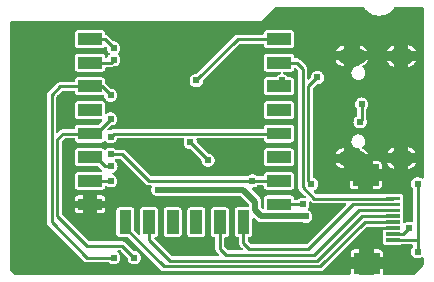
<source format=gbl>
G04 Layer: BottomLayer*
G04 EasyEDA v6.4.25, 2021-11-23T22:34:31+08:00*
G04 edc2d8422afb4d2cae5fb123c77887e6,45ba98ba689c459a8d72e4540021d05b,10*
G04 Gerber Generator version 0.2*
G04 Scale: 100 percent, Rotated: No, Reflected: No *
G04 Dimensions in millimeters *
G04 leading zeros omitted , absolute positions ,4 integer and 5 decimal *
%FSLAX45Y45*%
%MOMM*%

%ADD10C,0.2540*%
%ADD11C,0.2500*%
%ADD13C,0.6096*%
%ADD22C,1.2500*%
%ADD23C,1.4000*%
%ADD24C,0.5000*%

%LPD*%
G36*
X2070252Y288544D02*
G01*
X2066340Y289306D01*
X2063038Y291541D01*
X2041601Y312978D01*
X2039366Y316280D01*
X2038604Y320192D01*
X2038604Y338886D01*
X2039264Y342544D01*
X2041245Y345694D01*
X2044192Y347980D01*
X2047798Y348996D01*
X2055774Y349808D01*
X2061210Y351688D01*
X2066086Y354736D01*
X2070201Y358851D01*
X2073249Y363728D01*
X2075180Y369214D01*
X2075891Y375513D01*
X2075891Y502615D01*
X2076653Y506476D01*
X2078837Y509778D01*
X2082139Y511962D01*
X2086051Y512775D01*
X2089912Y511962D01*
X2093214Y509778D01*
X2113838Y489153D01*
X2117293Y486003D01*
X2120798Y483311D01*
X2124557Y480923D01*
X2128469Y478891D01*
X2132584Y477164D01*
X2136851Y475843D01*
X2141169Y474878D01*
X2145588Y474319D01*
X2150211Y474116D01*
X2499106Y474116D01*
X2503373Y473151D01*
X2505710Y472033D01*
X2515209Y469493D01*
X2525014Y468630D01*
X2534767Y469493D01*
X2544267Y472033D01*
X2553157Y476199D01*
X2561234Y481838D01*
X2568143Y488797D01*
X2573782Y496824D01*
X2577947Y505714D01*
X2580487Y515213D01*
X2581351Y525018D01*
X2580487Y534771D01*
X2577947Y544271D01*
X2573782Y553161D01*
X2568143Y561238D01*
X2561234Y568147D01*
X2553157Y573786D01*
X2548686Y575919D01*
X2545181Y578561D01*
X2543149Y582472D01*
X2542946Y586892D01*
X2544622Y590956D01*
X2548788Y596900D01*
X2552954Y605790D01*
X2555494Y615289D01*
X2556357Y625043D01*
X2555494Y634847D01*
X2554274Y639368D01*
X2554071Y643788D01*
X2555748Y647852D01*
X2558999Y650798D01*
X2563215Y652119D01*
X2567584Y651560D01*
X2571292Y649224D01*
X2572562Y647954D01*
X2578760Y642823D01*
X2585466Y639267D01*
X2592679Y637082D01*
X2600706Y636270D01*
X2857093Y636270D01*
X2861005Y635508D01*
X2864307Y633272D01*
X2866491Y630021D01*
X2867253Y626110D01*
X2866491Y622198D01*
X2864307Y618947D01*
X2536901Y291541D01*
X2533599Y289306D01*
X2529687Y288544D01*
G37*

%LPD*%
G36*
X64922Y25908D02*
G01*
X61061Y26670D01*
X57759Y28905D01*
X28905Y57759D01*
X26670Y61061D01*
X25908Y64922D01*
X25908Y2164842D01*
X26670Y2168702D01*
X28905Y2172004D01*
X32156Y2174240D01*
X36068Y2175002D01*
X2148992Y2175002D01*
X2150719Y2175713D01*
X2272030Y2297023D01*
X2275332Y2299208D01*
X2279192Y2300020D01*
X3013303Y2300020D01*
X3016605Y2299462D01*
X3019501Y2297887D01*
X3021787Y2295499D01*
X3026765Y2287981D01*
X3031998Y2280920D01*
X3038703Y2273198D01*
X3043224Y2268372D01*
X3055823Y2257094D01*
X3067558Y2248662D01*
X3070758Y2246630D01*
X3084525Y2239060D01*
X3100324Y2232507D01*
X3105200Y2230932D01*
X3116478Y2227884D01*
X3123692Y2226462D01*
X3133090Y2225040D01*
X3142640Y2224328D01*
X3149955Y2224074D01*
X3161639Y2224582D01*
X3166872Y2225040D01*
X3176270Y2226462D01*
X3183534Y2227884D01*
X3194812Y2230932D01*
X3199739Y2232507D01*
X3215335Y2238959D01*
X3230270Y2247239D01*
X3244189Y2257094D01*
X3256737Y2268372D01*
X3261309Y2273198D01*
X3268014Y2280920D01*
X3273247Y2287981D01*
X3278225Y2295499D01*
X3280511Y2297887D01*
X3283407Y2299462D01*
X3286658Y2300020D01*
X3513937Y2300020D01*
X3517798Y2299208D01*
X3521100Y2297023D01*
X3523335Y2293721D01*
X3524097Y2289860D01*
X3524097Y853694D01*
X3523132Y849376D01*
X3520440Y845870D01*
X3516579Y843838D01*
X3512159Y843686D01*
X3508095Y845362D01*
X3503168Y848817D01*
X3494278Y852932D01*
X3484778Y855471D01*
X3474974Y856335D01*
X3465220Y855471D01*
X3455720Y852932D01*
X3446830Y848817D01*
X3438753Y843178D01*
X3431844Y836218D01*
X3426206Y828192D01*
X3422040Y819251D01*
X3419500Y809802D01*
X3418636Y799998D01*
X3419500Y790194D01*
X3422040Y780745D01*
X3426206Y771804D01*
X3431844Y763778D01*
X3433419Y762203D01*
X3435604Y758901D01*
X3436416Y754989D01*
X3436416Y485901D01*
X3435604Y481939D01*
X3433267Y478586D01*
X3429863Y476453D01*
X3425901Y475742D01*
X3421938Y476707D01*
X3419297Y477926D01*
X3409797Y480517D01*
X3399993Y481330D01*
X3390239Y480517D01*
X3380740Y477926D01*
X3371850Y473811D01*
X3366871Y470357D01*
X3362807Y468680D01*
X3358438Y468833D01*
X3354527Y470865D01*
X3351834Y474370D01*
X3350920Y478637D01*
X3350920Y489407D01*
X3350209Y495706D01*
X3349294Y499922D01*
X3350209Y504240D01*
X3350920Y510540D01*
X3350920Y539394D01*
X3350209Y545744D01*
X3349294Y550011D01*
X3350209Y554228D01*
X3350920Y560527D01*
X3350920Y589381D01*
X3350209Y595731D01*
X3349294Y599948D01*
X3350209Y604215D01*
X3350920Y610565D01*
X3350920Y639419D01*
X3350209Y645718D01*
X3349294Y650036D01*
X3350209Y654202D01*
X3350920Y660552D01*
X3350920Y689406D01*
X3350209Y695706D01*
X3348278Y701192D01*
X3345179Y706069D01*
X3341115Y710184D01*
X3336188Y713282D01*
X3330752Y715162D01*
X3324402Y715873D01*
X3205581Y715873D01*
X3199231Y715162D01*
X3196031Y714044D01*
X3192678Y713486D01*
X2620416Y713486D01*
X2616504Y714248D01*
X2613202Y716483D01*
X2596591Y733094D01*
X2594406Y736295D01*
X2593594Y740105D01*
X2594305Y743915D01*
X2596337Y747217D01*
X2599486Y749503D01*
X2603195Y751179D01*
X2611221Y756818D01*
X2618181Y763778D01*
X2623820Y771804D01*
X2627934Y780745D01*
X2630474Y790194D01*
X2631338Y799998D01*
X2630474Y809802D01*
X2627934Y819251D01*
X2623820Y828192D01*
X2618181Y836218D01*
X2611221Y843178D01*
X2603195Y848817D01*
X2594203Y852982D01*
X2591104Y855218D01*
X2589022Y858469D01*
X2588310Y862177D01*
X2588310Y1604924D01*
X2589072Y1608836D01*
X2591308Y1612138D01*
X2620111Y1640839D01*
X2623007Y1642872D01*
X2626410Y1643786D01*
X2634792Y1644497D01*
X2644292Y1647037D01*
X2653182Y1651203D01*
X2661208Y1656842D01*
X2668168Y1663801D01*
X2673807Y1671828D01*
X2677972Y1680718D01*
X2680512Y1690217D01*
X2681325Y1700022D01*
X2680512Y1709775D01*
X2677972Y1719275D01*
X2673807Y1728165D01*
X2668168Y1736242D01*
X2661208Y1743151D01*
X2653182Y1748789D01*
X2644292Y1752955D01*
X2634792Y1755495D01*
X2624988Y1756359D01*
X2615234Y1755495D01*
X2605735Y1752955D01*
X2596845Y1748789D01*
X2588768Y1743151D01*
X2581859Y1736242D01*
X2576220Y1728165D01*
X2572054Y1719275D01*
X2569514Y1709775D01*
X2568803Y1701495D01*
X2567889Y1698091D01*
X2565857Y1695196D01*
X2556052Y1685442D01*
X2552750Y1683257D01*
X2548890Y1682496D01*
X2544978Y1683257D01*
X2541727Y1685493D01*
X2539492Y1688744D01*
X2538730Y1692656D01*
X2538730Y1774443D01*
X2537917Y1782470D01*
X2535732Y1789684D01*
X2532176Y1796389D01*
X2527096Y1802587D01*
X2477414Y1852015D01*
X2471267Y1857044D01*
X2464562Y1860600D01*
X2457348Y1862785D01*
X2449322Y1863598D01*
X2436215Y1863598D01*
X2432558Y1864258D01*
X2429408Y1866239D01*
X2427122Y1869186D01*
X2426106Y1872792D01*
X2425344Y1880870D01*
X2423414Y1886254D01*
X2420366Y1891182D01*
X2416251Y1895246D01*
X2411374Y1898345D01*
X2405888Y1900275D01*
X2399588Y1900986D01*
X2200706Y1900986D01*
X2194407Y1900275D01*
X2188921Y1898345D01*
X2184044Y1895246D01*
X2179929Y1891182D01*
X2176881Y1886254D01*
X2174951Y1880819D01*
X2174240Y1874469D01*
X2174240Y1775612D01*
X2174951Y1769313D01*
X2176881Y1763826D01*
X2179929Y1758950D01*
X2184044Y1754835D01*
X2188921Y1751787D01*
X2194407Y1749856D01*
X2200706Y1749145D01*
X2307640Y1749145D01*
X2311704Y1748282D01*
X2315108Y1745894D01*
X2317242Y1742338D01*
X2317800Y1738223D01*
X2316632Y1734261D01*
X2313990Y1731060D01*
X2310282Y1729181D01*
X2305710Y1727962D01*
X2296820Y1723796D01*
X2288794Y1718157D01*
X2281834Y1711198D01*
X2277668Y1705305D01*
X2275433Y1702968D01*
X2272538Y1701495D01*
X2269337Y1700987D01*
X2200706Y1700987D01*
X2194407Y1700275D01*
X2188921Y1698345D01*
X2184044Y1695246D01*
X2179929Y1691182D01*
X2176881Y1686255D01*
X2174951Y1680819D01*
X2174240Y1674469D01*
X2174240Y1575612D01*
X2174951Y1569313D01*
X2176881Y1563827D01*
X2179929Y1558950D01*
X2184044Y1554835D01*
X2188921Y1551787D01*
X2194407Y1549857D01*
X2200706Y1549146D01*
X2399588Y1549146D01*
X2405888Y1549857D01*
X2411374Y1551787D01*
X2416251Y1554835D01*
X2420366Y1558950D01*
X2423414Y1563827D01*
X2425344Y1569313D01*
X2426055Y1575612D01*
X2426055Y1674469D01*
X2425344Y1680819D01*
X2423414Y1686255D01*
X2420366Y1691182D01*
X2416251Y1695246D01*
X2411374Y1698345D01*
X2405888Y1700275D01*
X2399588Y1700987D01*
X2380640Y1700987D01*
X2377440Y1701495D01*
X2374544Y1702968D01*
X2372309Y1705305D01*
X2368143Y1711198D01*
X2361234Y1718157D01*
X2353157Y1723796D01*
X2344267Y1727962D01*
X2339695Y1729181D01*
X2335987Y1731060D01*
X2333345Y1734261D01*
X2332228Y1738223D01*
X2332736Y1742338D01*
X2334869Y1745894D01*
X2338273Y1748282D01*
X2342337Y1749145D01*
X2399588Y1749145D01*
X2405888Y1749856D01*
X2411374Y1751787D01*
X2416251Y1754835D01*
X2420366Y1758950D01*
X2423414Y1763826D01*
X2425344Y1769313D01*
X2425598Y1771396D01*
X2426716Y1775002D01*
X2429052Y1777949D01*
X2432304Y1779879D01*
X2436063Y1780438D01*
X2439720Y1779574D01*
X2442870Y1777492D01*
X2458516Y1761896D01*
X2460752Y1758594D01*
X2461514Y1754682D01*
X2461514Y775462D01*
X2462326Y767435D01*
X2464511Y760222D01*
X2468067Y753516D01*
X2473198Y747318D01*
X2524150Y696315D01*
X2526487Y692607D01*
X2527096Y688238D01*
X2525776Y684072D01*
X2522778Y680821D01*
X2518714Y679145D01*
X2514346Y679348D01*
X2509774Y680567D01*
X2500020Y681431D01*
X2490216Y680567D01*
X2480716Y678027D01*
X2471826Y673862D01*
X2463800Y668223D01*
X2462174Y666648D01*
X2458923Y664464D01*
X2455011Y663651D01*
X2436164Y663651D01*
X2432507Y664362D01*
X2429306Y666292D01*
X2427071Y669239D01*
X2426055Y672846D01*
X2425242Y680872D01*
X2423363Y686257D01*
X2420264Y691184D01*
X2416200Y695248D01*
X2411272Y698347D01*
X2405837Y700227D01*
X2399487Y700938D01*
X2200656Y700938D01*
X2194306Y700227D01*
X2188870Y698347D01*
X2183942Y695248D01*
X2179878Y691184D01*
X2176780Y686257D01*
X2174900Y680821D01*
X2174189Y674471D01*
X2174189Y597357D01*
X2173376Y593445D01*
X2171192Y590194D01*
X2167890Y587959D01*
X2164029Y587197D01*
X2160117Y587959D01*
X2156815Y590194D01*
X2153869Y593090D01*
X2151684Y596392D01*
X2150922Y600303D01*
X2150922Y649782D01*
X2150719Y654456D01*
X2150110Y658825D01*
X2149144Y663194D01*
X2147824Y667410D01*
X2146147Y671525D01*
X2144064Y675436D01*
X2141677Y679196D01*
X2138984Y682701D01*
X2135835Y686155D01*
X2070455Y751535D01*
X2068322Y754684D01*
X2067458Y758444D01*
X2068068Y762203D01*
X2070049Y765505D01*
X2073097Y767791D01*
X2076754Y768858D01*
X2084882Y769569D01*
X2094331Y772109D01*
X2103272Y776274D01*
X2111298Y781913D01*
X2112873Y783488D01*
X2116175Y785672D01*
X2120087Y786434D01*
X2164080Y786434D01*
X2167737Y785774D01*
X2170887Y783793D01*
X2173173Y780846D01*
X2174189Y777290D01*
X2175002Y769213D01*
X2176881Y763828D01*
X2179929Y758952D01*
X2184044Y754837D01*
X2188921Y751789D01*
X2194407Y749858D01*
X2200706Y749147D01*
X2399588Y749147D01*
X2405888Y749858D01*
X2411374Y751789D01*
X2416251Y754837D01*
X2420366Y758952D01*
X2423414Y763828D01*
X2425344Y769315D01*
X2426055Y775614D01*
X2426055Y874471D01*
X2425344Y880821D01*
X2423414Y886256D01*
X2420366Y891184D01*
X2416251Y895248D01*
X2411374Y898347D01*
X2405888Y900226D01*
X2399588Y900937D01*
X2200706Y900937D01*
X2194407Y900226D01*
X2188921Y898347D01*
X2184044Y895248D01*
X2179929Y891184D01*
X2176881Y886256D01*
X2175002Y880871D01*
X2174189Y872845D01*
X2173173Y869238D01*
X2170887Y866292D01*
X2167737Y864362D01*
X2164080Y863650D01*
X2120087Y863650D01*
X2116175Y864463D01*
X2112873Y866648D01*
X2111298Y868222D01*
X2103272Y873861D01*
X2094331Y878027D01*
X2084882Y880567D01*
X2075078Y881430D01*
X2065274Y880567D01*
X2055825Y878027D01*
X2046884Y873861D01*
X2038857Y868222D01*
X2037283Y866648D01*
X2033981Y864463D01*
X2030069Y863650D01*
X1220165Y863650D01*
X1216253Y864463D01*
X1212951Y866648D01*
X1002639Y1076960D01*
X996442Y1082040D01*
X989736Y1085646D01*
X982522Y1087831D01*
X974496Y1088593D01*
X919987Y1088593D01*
X916076Y1089406D01*
X912825Y1091590D01*
X911199Y1093165D01*
X903173Y1098804D01*
X894283Y1102969D01*
X884783Y1105509D01*
X874979Y1106373D01*
X865225Y1105509D01*
X855726Y1102969D01*
X846836Y1098804D01*
X838758Y1093165D01*
X835507Y1089914D01*
X832205Y1087678D01*
X828243Y1086916D01*
X824331Y1087729D01*
X821029Y1090015D01*
X815898Y1095298D01*
X811072Y1098346D01*
X805586Y1100226D01*
X799287Y1100937D01*
X600405Y1100937D01*
X594106Y1100226D01*
X588619Y1098346D01*
X583742Y1095248D01*
X579628Y1091184D01*
X576580Y1086256D01*
X574649Y1080820D01*
X573938Y1074470D01*
X573938Y975614D01*
X574649Y969314D01*
X576580Y963828D01*
X579628Y958951D01*
X583742Y954836D01*
X588619Y951788D01*
X594106Y949858D01*
X600405Y949147D01*
X767029Y949147D01*
X770940Y948385D01*
X774242Y946150D01*
X797356Y923036D01*
X802335Y918971D01*
X804926Y915771D01*
X805992Y911809D01*
X805434Y907694D01*
X803300Y904189D01*
X799896Y901801D01*
X795883Y900937D01*
X600557Y900937D01*
X594207Y900226D01*
X588772Y898347D01*
X583844Y895248D01*
X579780Y891184D01*
X576681Y886256D01*
X574802Y880821D01*
X574090Y874471D01*
X574090Y775614D01*
X574802Y769315D01*
X576681Y763828D01*
X579780Y758952D01*
X583844Y754837D01*
X588772Y751789D01*
X594207Y749858D01*
X600557Y749147D01*
X799388Y749147D01*
X805738Y749858D01*
X811174Y751789D01*
X816102Y754837D01*
X820166Y758952D01*
X823264Y763828D01*
X825195Y769315D01*
X825550Y772820D01*
X826871Y776782D01*
X829665Y779881D01*
X833475Y781608D01*
X837641Y781659D01*
X841502Y779983D01*
X846836Y776274D01*
X855726Y772109D01*
X865225Y769569D01*
X874979Y768705D01*
X884783Y769569D01*
X894283Y772109D01*
X903173Y776274D01*
X911199Y781913D01*
X918159Y788822D01*
X923798Y796899D01*
X927963Y805789D01*
X930503Y815289D01*
X931367Y825042D01*
X930503Y834847D01*
X927963Y844346D01*
X923798Y853236D01*
X918159Y861263D01*
X911199Y868222D01*
X903173Y873861D01*
X894334Y877976D01*
X891032Y880414D01*
X889000Y883970D01*
X888542Y888085D01*
X889711Y891997D01*
X892352Y895146D01*
X905103Y901192D01*
X913180Y906830D01*
X920089Y913790D01*
X925728Y921816D01*
X929894Y930706D01*
X932434Y940206D01*
X933297Y950010D01*
X932434Y959764D01*
X929894Y969264D01*
X925728Y978153D01*
X920089Y986231D01*
X912520Y993800D01*
X910336Y997102D01*
X909574Y1000963D01*
X910336Y1004874D01*
X912825Y1008430D01*
X916076Y1010615D01*
X919987Y1011377D01*
X954786Y1011377D01*
X958697Y1010615D01*
X961999Y1008430D01*
X1172311Y798118D01*
X1178509Y792988D01*
X1185164Y789432D01*
X1192428Y787247D01*
X1200454Y786434D01*
X1214170Y786434D01*
X1218133Y785622D01*
X1221435Y783336D01*
X1223619Y779932D01*
X1224280Y775919D01*
X1223365Y772007D01*
X1222146Y769366D01*
X1219606Y759866D01*
X1218742Y750112D01*
X1219606Y740308D01*
X1222146Y730808D01*
X1226261Y721918D01*
X1231900Y713892D01*
X1238859Y706932D01*
X1246886Y701294D01*
X1255826Y697128D01*
X1265275Y694588D01*
X1275080Y693724D01*
X1284884Y694588D01*
X1294333Y697128D01*
X1296670Y698246D01*
X1300988Y699211D01*
X1974596Y699211D01*
X1978507Y698398D01*
X1981809Y696214D01*
X2046122Y631901D01*
X2048306Y628599D01*
X2049068Y624687D01*
X2049068Y611022D01*
X2048306Y607110D01*
X2046122Y603859D01*
X2042820Y601624D01*
X2038908Y600862D01*
X1950567Y600862D01*
X1944217Y600151D01*
X1938782Y598220D01*
X1933854Y595172D01*
X1929790Y591058D01*
X1926691Y586181D01*
X1924761Y580694D01*
X1924050Y574395D01*
X1924050Y375513D01*
X1924761Y369214D01*
X1926691Y363728D01*
X1929790Y358851D01*
X1933854Y354736D01*
X1938782Y351688D01*
X1944166Y349808D01*
X1952193Y348996D01*
X1955800Y347980D01*
X1958746Y345694D01*
X1960727Y342544D01*
X1961388Y338886D01*
X1961388Y300482D01*
X1962200Y292455D01*
X1964385Y285242D01*
X1967941Y278536D01*
X1973072Y272338D01*
X1989531Y255828D01*
X1991715Y252577D01*
X1992477Y248666D01*
X1991715Y244754D01*
X1989531Y241503D01*
X1986229Y239267D01*
X1982317Y238506D01*
X1870252Y238506D01*
X1866290Y239267D01*
X1862988Y241503D01*
X1841652Y263093D01*
X1839468Y266395D01*
X1838706Y270256D01*
X1838706Y339039D01*
X1839366Y342696D01*
X1841347Y345846D01*
X1844293Y348132D01*
X1847900Y349148D01*
X1856028Y349961D01*
X1861413Y351840D01*
X1866290Y354888D01*
X1870405Y359003D01*
X1873453Y363880D01*
X1875383Y369366D01*
X1876094Y375666D01*
X1876094Y574548D01*
X1875383Y580847D01*
X1873453Y586333D01*
X1870405Y591210D01*
X1866290Y595325D01*
X1861413Y598373D01*
X1855927Y600303D01*
X1849628Y601014D01*
X1750771Y601014D01*
X1744421Y600303D01*
X1738985Y598373D01*
X1734057Y595325D01*
X1729993Y591210D01*
X1726895Y586333D01*
X1724964Y580847D01*
X1724253Y574548D01*
X1724253Y375666D01*
X1724964Y369366D01*
X1726895Y363880D01*
X1729993Y359003D01*
X1734057Y354888D01*
X1738985Y351840D01*
X1744370Y349910D01*
X1752346Y349148D01*
X1755902Y348132D01*
X1758848Y345846D01*
X1760829Y342696D01*
X1761489Y339039D01*
X1761489Y250698D01*
X1762252Y242874D01*
X1764385Y235610D01*
X1767941Y228955D01*
X1773021Y222656D01*
X1789480Y206044D01*
X1791665Y202742D01*
X1792427Y198831D01*
X1791665Y194970D01*
X1789430Y191668D01*
X1786128Y189484D01*
X1782267Y188722D01*
X1395120Y188722D01*
X1391208Y189484D01*
X1387906Y191719D01*
X1247343Y332282D01*
X1245209Y335381D01*
X1244346Y339090D01*
X1244955Y342798D01*
X1246835Y346100D01*
X1249781Y348437D01*
X1253388Y349554D01*
X1256080Y349859D01*
X1261516Y351790D01*
X1266393Y354838D01*
X1270508Y358952D01*
X1273606Y363829D01*
X1275486Y369316D01*
X1276197Y375615D01*
X1276197Y574497D01*
X1275486Y580796D01*
X1273606Y586282D01*
X1270508Y591159D01*
X1266393Y595274D01*
X1261516Y598322D01*
X1256080Y600252D01*
X1249730Y600964D01*
X1150874Y600964D01*
X1144574Y600252D01*
X1139088Y598322D01*
X1134211Y595274D01*
X1130096Y591159D01*
X1126998Y586282D01*
X1125118Y580796D01*
X1124407Y574497D01*
X1124407Y379730D01*
X1123645Y375869D01*
X1121410Y372567D01*
X1118108Y370332D01*
X1114247Y369570D01*
X1110335Y370332D01*
X1107033Y372567D01*
X1079195Y400405D01*
X1077010Y403707D01*
X1076198Y407568D01*
X1076198Y574395D01*
X1075486Y580745D01*
X1073607Y586181D01*
X1070508Y591108D01*
X1066393Y595172D01*
X1061516Y598271D01*
X1056081Y600151D01*
X1049731Y600862D01*
X950874Y600862D01*
X944575Y600151D01*
X939088Y598271D01*
X934212Y595172D01*
X930097Y591108D01*
X926998Y586181D01*
X925118Y580745D01*
X924407Y574395D01*
X924407Y375564D01*
X925118Y369214D01*
X926998Y363778D01*
X930097Y358851D01*
X934212Y354787D01*
X939088Y351688D01*
X944575Y349808D01*
X950874Y349046D01*
X1017117Y349046D01*
X1020978Y348284D01*
X1024280Y346100D01*
X1297482Y73101D01*
X1303680Y68021D01*
X1310386Y64465D01*
X1317599Y62280D01*
X1325626Y61467D01*
X2649474Y61467D01*
X2657500Y62280D01*
X2664714Y64465D01*
X2671419Y68021D01*
X2677617Y73152D01*
X3037890Y433374D01*
X3041192Y435609D01*
X3045104Y436372D01*
X3192983Y436372D01*
X3196336Y435813D01*
X3199841Y434543D01*
X3203397Y432409D01*
X3205784Y429056D01*
X3206648Y424992D01*
X3205784Y420928D01*
X3203397Y417525D01*
X3199841Y415391D01*
X3193796Y413258D01*
X3190290Y411530D01*
X3187496Y411124D01*
X3179114Y411124D01*
X3179826Y404215D01*
X3180689Y399999D01*
X3179775Y395732D01*
X3179064Y389382D01*
X3179064Y360527D01*
X3179775Y354228D01*
X3180689Y349961D01*
X3179826Y345744D01*
X3179114Y339394D01*
X3179114Y310540D01*
X3179826Y304241D01*
X3181705Y298754D01*
X3184804Y293878D01*
X3188919Y289763D01*
X3193796Y286715D01*
X3199282Y284784D01*
X3205581Y284073D01*
X3324453Y284073D01*
X3330752Y284784D01*
X3333648Y285800D01*
X3337001Y286359D01*
X3426206Y286359D01*
X3430117Y285597D01*
X3433419Y283413D01*
X3435604Y280111D01*
X3436416Y276199D01*
X3436416Y270002D01*
X3435604Y266090D01*
X3433419Y262788D01*
X3431844Y261213D01*
X3426206Y253187D01*
X3422040Y244297D01*
X3419500Y234797D01*
X3418636Y224993D01*
X3419500Y215239D01*
X3422040Y205740D01*
X3426206Y196850D01*
X3431844Y188772D01*
X3438753Y181813D01*
X3446830Y176225D01*
X3455720Y172059D01*
X3465220Y169519D01*
X3474974Y168656D01*
X3484778Y169519D01*
X3494278Y172059D01*
X3503168Y176225D01*
X3508095Y179628D01*
X3512159Y181356D01*
X3516579Y181152D01*
X3520440Y179120D01*
X3523132Y175615D01*
X3524097Y171348D01*
X3524097Y114960D01*
X3523335Y111048D01*
X3521100Y107746D01*
X3442258Y28905D01*
X3438956Y26670D01*
X3435045Y25908D01*
X3187750Y25908D01*
X3183585Y26771D01*
X3180181Y29311D01*
X3178098Y32969D01*
X3177641Y37185D01*
X3177844Y38658D01*
X3177844Y76758D01*
X3103270Y76758D01*
X3103270Y36068D01*
X3102508Y32156D01*
X3100273Y28905D01*
X3096971Y26670D01*
X3093110Y25908D01*
X2990748Y25908D01*
X2986836Y26670D01*
X2983534Y28905D01*
X2981350Y32156D01*
X2980588Y36068D01*
X2980588Y76758D01*
X2906014Y76758D01*
X2906014Y38658D01*
X2906166Y37185D01*
X2905760Y32969D01*
X2903677Y29311D01*
X2900222Y26771D01*
X2896057Y25908D01*
G37*

%LPC*%
G36*
X3277666Y924763D02*
G01*
X3277666Y976172D01*
X3215182Y976172D01*
X3216402Y973378D01*
X3223158Y962202D01*
X3231438Y952042D01*
X3240989Y943102D01*
X3251708Y935583D01*
X3263290Y929538D01*
X3275634Y925169D01*
G37*
G36*
X3395370Y1923846D02*
G01*
X3457854Y1923846D01*
X3456635Y1926589D01*
X3449828Y1937816D01*
X3441598Y1947925D01*
X3432048Y1956866D01*
X3421329Y1964436D01*
X3409696Y1970430D01*
X3397402Y1974850D01*
X3395370Y1975256D01*
G37*
G36*
X3215182Y1923846D02*
G01*
X3277666Y1923846D01*
X3277666Y1975256D01*
X3275634Y1974850D01*
X3263290Y1970430D01*
X3251708Y1964436D01*
X3240989Y1956866D01*
X3231438Y1947925D01*
X3223158Y1937816D01*
X3216402Y1926589D01*
G37*
G36*
X900023Y118668D02*
G01*
X909777Y119532D01*
X919276Y122072D01*
X928166Y126187D01*
X936244Y131826D01*
X943152Y138785D01*
X948791Y146812D01*
X952957Y155752D01*
X955497Y165201D01*
X956360Y175006D01*
X955497Y184810D01*
X952957Y194259D01*
X948791Y203200D01*
X943203Y211175D01*
X935177Y219049D01*
X932942Y222351D01*
X932129Y226263D01*
X932891Y230174D01*
X935075Y233476D01*
X938377Y235712D01*
X942289Y236474D01*
X954887Y236474D01*
X958748Y235712D01*
X962050Y233476D01*
X1015796Y179628D01*
X1017828Y176733D01*
X1018743Y173329D01*
X1019454Y165201D01*
X1021994Y155752D01*
X1026109Y146812D01*
X1031748Y138785D01*
X1038707Y131826D01*
X1046734Y126187D01*
X1055674Y122072D01*
X1065123Y119532D01*
X1074928Y118668D01*
X1084732Y119532D01*
X1094181Y122072D01*
X1103122Y126187D01*
X1111148Y131826D01*
X1118108Y138785D01*
X1123746Y146812D01*
X1127861Y155752D01*
X1130401Y165201D01*
X1131265Y175006D01*
X1130401Y184810D01*
X1127861Y194259D01*
X1123746Y203200D01*
X1118108Y211226D01*
X1111148Y218186D01*
X1103122Y223824D01*
X1094181Y227939D01*
X1084732Y230479D01*
X1076807Y231190D01*
X1073353Y232105D01*
X1070457Y234137D01*
X1002792Y302006D01*
X996543Y307136D01*
X989888Y310692D01*
X982675Y312877D01*
X974648Y313690D01*
X695096Y313690D01*
X691184Y314452D01*
X687882Y316687D01*
X466547Y538022D01*
X464312Y541324D01*
X463550Y545236D01*
X463550Y1154785D01*
X464312Y1158697D01*
X466547Y1161999D01*
X487984Y1183436D01*
X491286Y1185672D01*
X495198Y1186434D01*
X563880Y1186434D01*
X567537Y1185773D01*
X570687Y1183792D01*
X572922Y1180846D01*
X573989Y1177239D01*
X574751Y1169212D01*
X576630Y1163828D01*
X579729Y1158951D01*
X583793Y1154836D01*
X588721Y1151788D01*
X594156Y1149858D01*
X600506Y1149146D01*
X799338Y1149146D01*
X805688Y1149858D01*
X811123Y1151788D01*
X816000Y1154836D01*
X821080Y1160018D01*
X824382Y1162253D01*
X828294Y1163066D01*
X832205Y1162304D01*
X835507Y1160068D01*
X838758Y1156817D01*
X846836Y1151178D01*
X855726Y1147064D01*
X865225Y1144524D01*
X874979Y1143660D01*
X884783Y1144524D01*
X894283Y1147064D01*
X903173Y1151178D01*
X911199Y1156817D01*
X918159Y1163777D01*
X923798Y1171803D01*
X927862Y1180592D01*
X930097Y1183690D01*
X933348Y1185722D01*
X937107Y1186434D01*
X1489100Y1186434D01*
X1493062Y1185621D01*
X1496415Y1183335D01*
X1498600Y1179931D01*
X1499260Y1175918D01*
X1498295Y1172006D01*
X1497025Y1169263D01*
X1494485Y1159764D01*
X1493672Y1150010D01*
X1494485Y1140206D01*
X1497025Y1130706D01*
X1501190Y1121816D01*
X1506829Y1113790D01*
X1513789Y1106830D01*
X1521815Y1101191D01*
X1530705Y1097026D01*
X1540205Y1094486D01*
X1548231Y1093825D01*
X1551635Y1092911D01*
X1554530Y1090879D01*
X1640890Y1004519D01*
X1642872Y1001623D01*
X1643786Y998219D01*
X1644497Y990193D01*
X1647037Y980744D01*
X1651203Y971803D01*
X1656842Y963777D01*
X1663801Y956818D01*
X1671828Y951179D01*
X1680718Y947064D01*
X1690217Y944524D01*
X1700022Y943660D01*
X1709775Y944524D01*
X1719275Y947064D01*
X1728165Y951179D01*
X1736242Y956818D01*
X1743151Y963777D01*
X1748789Y971803D01*
X1752955Y980744D01*
X1755495Y990193D01*
X1756359Y999998D01*
X1755495Y1009802D01*
X1752955Y1019251D01*
X1748789Y1028192D01*
X1743151Y1036218D01*
X1736242Y1043178D01*
X1728165Y1048816D01*
X1719275Y1052931D01*
X1709775Y1055471D01*
X1701749Y1056182D01*
X1698345Y1057097D01*
X1695450Y1059129D01*
X1609140Y1145489D01*
X1607108Y1148384D01*
X1606194Y1151788D01*
X1605483Y1159764D01*
X1602943Y1169263D01*
X1601673Y1172006D01*
X1600758Y1175918D01*
X1601419Y1179931D01*
X1603603Y1183335D01*
X1606905Y1185621D01*
X1610868Y1186434D01*
X2164080Y1186434D01*
X2167737Y1185773D01*
X2170887Y1183792D01*
X2173173Y1180846D01*
X2174189Y1177290D01*
X2175002Y1169212D01*
X2176881Y1163828D01*
X2179929Y1158951D01*
X2184044Y1154836D01*
X2188921Y1151788D01*
X2194407Y1149858D01*
X2200706Y1149146D01*
X2399588Y1149146D01*
X2405888Y1149858D01*
X2411374Y1151788D01*
X2416251Y1154836D01*
X2420366Y1158951D01*
X2423414Y1163828D01*
X2425344Y1169314D01*
X2426055Y1175613D01*
X2426055Y1274470D01*
X2425344Y1280820D01*
X2423414Y1286256D01*
X2420366Y1291183D01*
X2416251Y1295247D01*
X2411374Y1298346D01*
X2405888Y1300226D01*
X2399588Y1300937D01*
X2200706Y1300937D01*
X2194407Y1300226D01*
X2188921Y1298346D01*
X2184044Y1295247D01*
X2179929Y1291183D01*
X2176881Y1286256D01*
X2175002Y1280871D01*
X2174189Y1272844D01*
X2173173Y1269238D01*
X2170887Y1266291D01*
X2167737Y1264361D01*
X2164080Y1263650D01*
X900531Y1263650D01*
X892556Y1262888D01*
X885291Y1260703D01*
X879449Y1257554D01*
X875537Y1256385D01*
X865225Y1255471D01*
X860704Y1254302D01*
X856284Y1254099D01*
X852220Y1255776D01*
X849274Y1259027D01*
X847953Y1263192D01*
X848512Y1267561D01*
X850900Y1271270D01*
X870458Y1290878D01*
X873353Y1292910D01*
X876757Y1293825D01*
X884783Y1294485D01*
X894283Y1297025D01*
X903173Y1301191D01*
X911199Y1306830D01*
X918159Y1313789D01*
X923798Y1321816D01*
X927963Y1330706D01*
X930503Y1340205D01*
X931367Y1350010D01*
X930503Y1359763D01*
X927963Y1369263D01*
X923798Y1378153D01*
X918159Y1386230D01*
X911199Y1393190D01*
X903173Y1398778D01*
X894283Y1402943D01*
X884783Y1405483D01*
X874979Y1406347D01*
X865225Y1405483D01*
X855726Y1402943D01*
X846836Y1398778D01*
X841908Y1395323D01*
X837844Y1393647D01*
X833424Y1393850D01*
X829513Y1395882D01*
X826871Y1399387D01*
X825906Y1403654D01*
X825906Y1474470D01*
X825195Y1480820D01*
X823264Y1486255D01*
X820216Y1491183D01*
X816102Y1495247D01*
X811225Y1498346D01*
X805738Y1500276D01*
X799439Y1500987D01*
X600557Y1500987D01*
X594258Y1500276D01*
X588772Y1498346D01*
X583895Y1495247D01*
X579780Y1491183D01*
X576732Y1486255D01*
X574802Y1480820D01*
X574090Y1474470D01*
X574090Y1375613D01*
X574802Y1369314D01*
X576732Y1363827D01*
X579780Y1358950D01*
X583895Y1354836D01*
X588772Y1351788D01*
X594258Y1349857D01*
X600557Y1349146D01*
X795020Y1349146D01*
X798931Y1348384D01*
X802182Y1346149D01*
X804418Y1342898D01*
X805180Y1338986D01*
X804418Y1335125D01*
X802182Y1331823D01*
X774344Y1303934D01*
X771042Y1301750D01*
X767130Y1300937D01*
X600506Y1300937D01*
X594156Y1300226D01*
X588721Y1298346D01*
X583793Y1295247D01*
X579729Y1291183D01*
X576630Y1286256D01*
X574751Y1280871D01*
X573989Y1272844D01*
X572922Y1269238D01*
X570687Y1266291D01*
X567537Y1264310D01*
X563880Y1263650D01*
X475488Y1263650D01*
X467461Y1262837D01*
X460248Y1260652D01*
X453542Y1257096D01*
X447344Y1251966D01*
X430936Y1235608D01*
X427634Y1233424D01*
X423773Y1232662D01*
X419862Y1233424D01*
X416610Y1235608D01*
X414375Y1238910D01*
X413613Y1242822D01*
X413613Y1529791D01*
X414375Y1533702D01*
X416610Y1537004D01*
X463092Y1583486D01*
X466394Y1585671D01*
X470255Y1586433D01*
X563880Y1586433D01*
X567537Y1585772D01*
X570687Y1583791D01*
X572922Y1580845D01*
X573989Y1577289D01*
X574751Y1569212D01*
X576630Y1563827D01*
X579729Y1558950D01*
X583793Y1554835D01*
X588721Y1551787D01*
X594156Y1549857D01*
X600506Y1549146D01*
X799338Y1549146D01*
X809548Y1550517D01*
X813155Y1549755D01*
X816254Y1547774D01*
X818438Y1544777D01*
X822045Y1530705D01*
X826211Y1521815D01*
X831850Y1513789D01*
X838758Y1506829D01*
X846836Y1501190D01*
X855726Y1497025D01*
X865225Y1494485D01*
X874979Y1493672D01*
X884783Y1494485D01*
X894283Y1497025D01*
X903173Y1501190D01*
X911199Y1506829D01*
X918159Y1513789D01*
X923798Y1521815D01*
X927963Y1530705D01*
X930503Y1540205D01*
X931367Y1550009D01*
X930503Y1559763D01*
X927963Y1569262D01*
X923798Y1578152D01*
X918159Y1586230D01*
X911199Y1593189D01*
X903173Y1598777D01*
X894283Y1602943D01*
X884783Y1605483D01*
X876757Y1606194D01*
X873353Y1607108D01*
X870458Y1609140D01*
X828802Y1650796D01*
X826617Y1654098D01*
X825855Y1657959D01*
X825855Y1674469D01*
X825144Y1680819D01*
X823214Y1686255D01*
X820115Y1691182D01*
X816051Y1695246D01*
X811123Y1698345D01*
X805688Y1700275D01*
X799338Y1700987D01*
X600506Y1700987D01*
X594156Y1700275D01*
X588721Y1698345D01*
X583793Y1695246D01*
X579729Y1691182D01*
X576630Y1686255D01*
X574751Y1680870D01*
X573989Y1672843D01*
X572922Y1669237D01*
X570687Y1666290D01*
X567537Y1664360D01*
X563880Y1663649D01*
X450545Y1663649D01*
X442518Y1662887D01*
X435305Y1660702D01*
X428650Y1657096D01*
X422401Y1652016D01*
X348081Y1577644D01*
X342950Y1571447D01*
X339394Y1564741D01*
X337210Y1557528D01*
X336397Y1549501D01*
X336397Y475488D01*
X337210Y467461D01*
X339394Y460248D01*
X342950Y453593D01*
X348030Y447344D01*
X647344Y148082D01*
X653592Y142951D01*
X660247Y139395D01*
X667461Y137210D01*
X675487Y136398D01*
X855014Y136398D01*
X858875Y135636D01*
X862177Y133400D01*
X863803Y131826D01*
X871829Y126187D01*
X880719Y122072D01*
X890219Y119532D01*
G37*
G36*
X2779064Y1920087D02*
G01*
X2850134Y1920087D01*
X2850134Y1970227D01*
X2846425Y1969973D01*
X2834081Y1967280D01*
X2822244Y1962912D01*
X2811221Y1956866D01*
X2801112Y1949297D01*
X2792171Y1940356D01*
X2784652Y1930298D01*
G37*
G36*
X2982823Y1920087D02*
G01*
X3053892Y1920087D01*
X3048355Y1930298D01*
X3040786Y1940356D01*
X3031845Y1949297D01*
X3021787Y1956866D01*
X3010712Y1962912D01*
X2998876Y1967280D01*
X2986582Y1969973D01*
X2982823Y1970227D01*
G37*
G36*
X2906014Y179476D02*
G01*
X2980588Y179476D01*
X2980588Y243992D01*
X2932480Y243992D01*
X2926181Y243281D01*
X2920695Y241401D01*
X2915818Y238302D01*
X2911703Y234238D01*
X2908655Y229311D01*
X2906725Y223875D01*
X2906014Y217525D01*
G37*
G36*
X3103270Y179476D02*
G01*
X3177844Y179476D01*
X3177844Y217525D01*
X3177133Y223875D01*
X3175203Y229311D01*
X3172104Y234238D01*
X3168040Y238302D01*
X3163112Y241401D01*
X3157677Y243281D01*
X3151327Y243992D01*
X3103270Y243992D01*
G37*
G36*
X2850134Y1794764D02*
G01*
X2850134Y1844903D01*
X2779064Y1844903D01*
X2784652Y1834692D01*
X2792171Y1824634D01*
X2801112Y1815693D01*
X2811221Y1808124D01*
X2822244Y1802130D01*
X2834081Y1797710D01*
X2846425Y1795018D01*
G37*
G36*
X3395370Y1789734D02*
G01*
X3397402Y1790192D01*
X3409696Y1794560D01*
X3421329Y1800555D01*
X3432048Y1808124D01*
X3441598Y1817065D01*
X3449828Y1827225D01*
X3456635Y1838401D01*
X3457854Y1841144D01*
X3395370Y1841144D01*
G37*
G36*
X3277666Y1789734D02*
G01*
X3277666Y1841144D01*
X3215182Y1841144D01*
X3216402Y1838401D01*
X3223158Y1827225D01*
X3231438Y1817065D01*
X3240989Y1808124D01*
X3251708Y1800555D01*
X3263290Y1794560D01*
X3275634Y1790192D01*
G37*
G36*
X600506Y1749145D02*
G01*
X799388Y1749145D01*
X805688Y1749856D01*
X811174Y1751787D01*
X816051Y1754835D01*
X820166Y1758950D01*
X823214Y1763826D01*
X825144Y1769211D01*
X825906Y1777288D01*
X826922Y1780844D01*
X829208Y1783791D01*
X832358Y1785772D01*
X836015Y1786432D01*
X874572Y1786432D01*
X882599Y1787245D01*
X889812Y1789430D01*
X895400Y1792427D01*
X899312Y1793595D01*
X909777Y1794510D01*
X919276Y1797050D01*
X928166Y1801215D01*
X936244Y1806854D01*
X943152Y1813763D01*
X948791Y1821840D01*
X952957Y1830730D01*
X955497Y1840230D01*
X956360Y1849983D01*
X955497Y1859788D01*
X952957Y1869287D01*
X948791Y1878177D01*
X943152Y1886204D01*
X936548Y1892807D01*
X934364Y1896110D01*
X933602Y1900021D01*
X934364Y1903882D01*
X936548Y1907184D01*
X943152Y1913788D01*
X948791Y1921814D01*
X952957Y1930704D01*
X955497Y1940204D01*
X956360Y1950008D01*
X955497Y1959762D01*
X952957Y1969262D01*
X948791Y1978152D01*
X943152Y1986229D01*
X936244Y1993188D01*
X928166Y1998776D01*
X919276Y2002942D01*
X909777Y2005482D01*
X901750Y2006193D01*
X898347Y2007107D01*
X895451Y2009139D01*
X852576Y2052015D01*
X846378Y2057095D01*
X839724Y2060702D01*
X833018Y2062683D01*
X829310Y2064766D01*
X826719Y2068220D01*
X825855Y2072436D01*
X825855Y2074468D01*
X825144Y2080818D01*
X823214Y2086254D01*
X820115Y2091182D01*
X816051Y2095246D01*
X811123Y2098344D01*
X805688Y2100275D01*
X799338Y2100986D01*
X600506Y2100986D01*
X594156Y2100275D01*
X588721Y2098344D01*
X583793Y2095246D01*
X579729Y2091182D01*
X576630Y2086254D01*
X574751Y2080818D01*
X574040Y2074468D01*
X574040Y1975612D01*
X574751Y1969312D01*
X576630Y1963826D01*
X579729Y1958949D01*
X583793Y1954834D01*
X588721Y1951786D01*
X594156Y1949856D01*
X600506Y1949145D01*
X799338Y1949145D01*
X805688Y1949856D01*
X811123Y1951786D01*
X816000Y1954834D01*
X821029Y1959914D01*
X824331Y1962150D01*
X828243Y1962962D01*
X832103Y1962150D01*
X835456Y1959965D01*
X840892Y1954530D01*
X842873Y1951634D01*
X843787Y1948230D01*
X844499Y1940204D01*
X847039Y1930704D01*
X851204Y1921814D01*
X856843Y1913788D01*
X863447Y1907184D01*
X865632Y1903882D01*
X866394Y1900021D01*
X865632Y1896110D01*
X863447Y1892807D01*
X856843Y1886204D01*
X851204Y1878177D01*
X847191Y1869541D01*
X844956Y1866442D01*
X841705Y1864360D01*
X837946Y1863648D01*
X836015Y1863648D01*
X832358Y1864360D01*
X829208Y1866290D01*
X826922Y1869236D01*
X825906Y1872843D01*
X825144Y1880870D01*
X823214Y1886254D01*
X820166Y1891182D01*
X816051Y1895246D01*
X811174Y1898345D01*
X805688Y1900275D01*
X799388Y1900986D01*
X600506Y1900986D01*
X594207Y1900275D01*
X588721Y1898345D01*
X583844Y1895246D01*
X579729Y1891182D01*
X576681Y1886254D01*
X574751Y1880819D01*
X574040Y1874469D01*
X574040Y1775612D01*
X574751Y1769313D01*
X576681Y1763826D01*
X579729Y1758950D01*
X583844Y1754835D01*
X588721Y1751787D01*
X594207Y1749856D01*
G37*
G36*
X1350822Y349148D02*
G01*
X1449679Y349148D01*
X1455978Y349859D01*
X1461465Y351790D01*
X1466342Y354838D01*
X1470456Y358952D01*
X1473504Y363829D01*
X1475435Y369316D01*
X1476146Y375615D01*
X1476146Y574497D01*
X1475435Y580796D01*
X1473504Y586282D01*
X1470456Y591159D01*
X1466342Y595274D01*
X1461465Y598322D01*
X1455978Y600252D01*
X1449679Y600964D01*
X1350822Y600964D01*
X1344472Y600252D01*
X1339037Y598322D01*
X1334109Y595274D01*
X1330045Y591159D01*
X1326946Y586282D01*
X1325016Y580796D01*
X1324305Y574497D01*
X1324305Y375615D01*
X1325016Y369316D01*
X1326946Y363829D01*
X1330045Y358952D01*
X1334109Y354838D01*
X1339037Y351790D01*
X1344472Y349859D01*
G37*
G36*
X1550873Y349148D02*
G01*
X1649730Y349148D01*
X1656080Y349859D01*
X1661515Y351790D01*
X1666392Y354838D01*
X1670507Y358952D01*
X1673606Y363829D01*
X1675485Y369316D01*
X1676196Y375615D01*
X1676196Y574497D01*
X1675485Y580796D01*
X1673606Y586282D01*
X1670507Y591159D01*
X1666392Y595274D01*
X1661515Y598322D01*
X1656080Y600252D01*
X1649730Y600964D01*
X1550873Y600964D01*
X1544574Y600252D01*
X1539087Y598322D01*
X1534210Y595274D01*
X1530096Y591159D01*
X1526997Y586282D01*
X1525117Y580796D01*
X1524406Y574497D01*
X1524406Y375615D01*
X1525117Y369316D01*
X1526997Y363829D01*
X1530096Y358952D01*
X1534210Y354838D01*
X1539087Y351790D01*
X1544574Y349859D01*
G37*
G36*
X2973933Y1681683D02*
G01*
X2983788Y1682953D01*
X2993237Y1685848D01*
X3002076Y1690268D01*
X3010052Y1696161D01*
X3016910Y1703324D01*
X3022447Y1711502D01*
X3026511Y1720545D01*
X3029000Y1730146D01*
X3029864Y1740001D01*
X3029000Y1749856D01*
X3026511Y1759457D01*
X3022447Y1768449D01*
X3016910Y1776679D01*
X3006140Y1787702D01*
X3004870Y1791512D01*
X3005124Y1795576D01*
X3006953Y1799132D01*
X3010052Y1801774D01*
X3021787Y1808124D01*
X3031845Y1815693D01*
X3040786Y1824634D01*
X3048355Y1834692D01*
X3053892Y1844903D01*
X2982823Y1844903D01*
X2982823Y1808429D01*
X2982112Y1804619D01*
X2980029Y1801418D01*
X2976880Y1799183D01*
X2973120Y1798269D01*
X2964078Y1797913D01*
X2954375Y1795780D01*
X2945180Y1792122D01*
X2936748Y1786940D01*
X2929331Y1780387D01*
X2923133Y1772666D01*
X2918307Y1764030D01*
X2915005Y1754682D01*
X2913329Y1744929D01*
X2913329Y1735023D01*
X2915005Y1725269D01*
X2918307Y1715973D01*
X2923133Y1707286D01*
X2929331Y1699615D01*
X2936748Y1693062D01*
X2945180Y1687880D01*
X2954375Y1684172D01*
X2964078Y1682089D01*
G37*
G36*
X1599996Y1618640D02*
G01*
X1609801Y1619504D01*
X1619250Y1622044D01*
X1628190Y1626209D01*
X1636217Y1631848D01*
X1643176Y1638757D01*
X1648815Y1646834D01*
X1652930Y1655724D01*
X1655470Y1665224D01*
X1656181Y1673250D01*
X1657096Y1676654D01*
X1659128Y1679549D01*
X1963064Y1983486D01*
X1966366Y1985670D01*
X1970227Y1986432D01*
X2164080Y1986432D01*
X2167737Y1985772D01*
X2170887Y1983790D01*
X2173173Y1980844D01*
X2174189Y1977288D01*
X2175002Y1969211D01*
X2176881Y1963826D01*
X2179929Y1958949D01*
X2184044Y1954834D01*
X2188921Y1951786D01*
X2194407Y1949856D01*
X2200706Y1949145D01*
X2399588Y1949145D01*
X2405888Y1949856D01*
X2411374Y1951786D01*
X2416251Y1954834D01*
X2420366Y1958949D01*
X2423414Y1963826D01*
X2425344Y1969312D01*
X2426055Y1975612D01*
X2426055Y2074468D01*
X2425344Y2080818D01*
X2423414Y2086254D01*
X2420366Y2091182D01*
X2416251Y2095246D01*
X2411374Y2098344D01*
X2405888Y2100275D01*
X2399588Y2100986D01*
X2200706Y2100986D01*
X2194407Y2100275D01*
X2188921Y2098344D01*
X2184044Y2095246D01*
X2179929Y2091182D01*
X2176881Y2086254D01*
X2175002Y2080869D01*
X2174189Y2072843D01*
X2173173Y2069236D01*
X2170887Y2066289D01*
X2167737Y2064359D01*
X2164080Y2063648D01*
X1950567Y2063648D01*
X1942541Y2062886D01*
X1935276Y2060702D01*
X1928622Y2057095D01*
X1922373Y2052015D01*
X1604518Y1734108D01*
X1601622Y1732127D01*
X1598218Y1731213D01*
X1590192Y1730502D01*
X1580743Y1727962D01*
X1571802Y1723796D01*
X1563776Y1718157D01*
X1556816Y1711198D01*
X1551178Y1703171D01*
X1547063Y1694281D01*
X1544523Y1684782D01*
X1543659Y1674977D01*
X1544523Y1665224D01*
X1547063Y1655724D01*
X1551178Y1646834D01*
X1556816Y1638757D01*
X1563776Y1631848D01*
X1571802Y1626209D01*
X1580743Y1622044D01*
X1590192Y1619504D01*
G37*
G36*
X2200706Y1349146D02*
G01*
X2399588Y1349146D01*
X2405888Y1349857D01*
X2411374Y1351788D01*
X2416251Y1354836D01*
X2420366Y1358950D01*
X2423414Y1363827D01*
X2425344Y1369314D01*
X2426055Y1375613D01*
X2426055Y1474470D01*
X2425344Y1480820D01*
X2423414Y1486255D01*
X2420366Y1491183D01*
X2416251Y1495247D01*
X2411374Y1498346D01*
X2405888Y1500276D01*
X2399588Y1500987D01*
X2200706Y1500987D01*
X2194407Y1500276D01*
X2188921Y1498346D01*
X2184044Y1495247D01*
X2179929Y1491183D01*
X2176881Y1486255D01*
X2174951Y1480820D01*
X2174240Y1474470D01*
X2174240Y1375613D01*
X2174951Y1369314D01*
X2176881Y1363827D01*
X2179929Y1358950D01*
X2184044Y1354836D01*
X2188921Y1351788D01*
X2194407Y1349857D01*
G37*
G36*
X2987548Y1268780D02*
G01*
X2997352Y1269644D01*
X3006801Y1272184D01*
X3015742Y1276299D01*
X3023768Y1281938D01*
X3030728Y1288897D01*
X3036366Y1296924D01*
X3040481Y1305864D01*
X3043021Y1315313D01*
X3043885Y1325118D01*
X3043021Y1334922D01*
X3040481Y1344371D01*
X3039567Y1346403D01*
X3038602Y1350721D01*
X3038602Y1430020D01*
X3039364Y1433880D01*
X3041599Y1437182D01*
X3043174Y1438757D01*
X3048812Y1446834D01*
X3052927Y1455724D01*
X3055467Y1465224D01*
X3056331Y1474978D01*
X3055467Y1484782D01*
X3052927Y1494282D01*
X3048812Y1503172D01*
X3043174Y1511198D01*
X3036214Y1518158D01*
X3028188Y1523796D01*
X3019247Y1527962D01*
X3009798Y1530502D01*
X2999994Y1531366D01*
X2990189Y1530502D01*
X2980740Y1527962D01*
X2971800Y1523796D01*
X2963773Y1518158D01*
X2956814Y1511198D01*
X2951175Y1503172D01*
X2947060Y1494282D01*
X2944520Y1484782D01*
X2943656Y1474978D01*
X2944520Y1465224D01*
X2947060Y1455724D01*
X2951175Y1446834D01*
X2956814Y1438757D01*
X2958439Y1437182D01*
X2960624Y1433880D01*
X2961386Y1430020D01*
X2961386Y1380642D01*
X2960878Y1377442D01*
X2959404Y1374546D01*
X2957068Y1372311D01*
X2951327Y1368298D01*
X2944368Y1361338D01*
X2938729Y1353312D01*
X2934614Y1344371D01*
X2932074Y1334922D01*
X2931210Y1325118D01*
X2932074Y1315313D01*
X2934614Y1305864D01*
X2938729Y1296924D01*
X2944368Y1288897D01*
X2951327Y1281938D01*
X2959354Y1276299D01*
X2968294Y1272184D01*
X2977743Y1269644D01*
G37*
G36*
X756462Y549148D02*
G01*
X799541Y549148D01*
X805891Y549859D01*
X811326Y551789D01*
X816254Y554837D01*
X820318Y558952D01*
X823417Y563829D01*
X825347Y569315D01*
X826058Y575614D01*
X826058Y593699D01*
X756462Y593699D01*
G37*
G36*
X600710Y549148D02*
G01*
X643788Y549148D01*
X643788Y593699D01*
X574243Y593699D01*
X574243Y575614D01*
X574954Y569315D01*
X576834Y563829D01*
X579932Y558952D01*
X583996Y554837D01*
X588924Y551789D01*
X594360Y549859D01*
G37*
G36*
X3395370Y1058824D02*
G01*
X3457854Y1058824D01*
X3456635Y1061618D01*
X3449828Y1072794D01*
X3441598Y1082954D01*
X3432048Y1091895D01*
X3421329Y1099413D01*
X3409696Y1105458D01*
X3397402Y1109827D01*
X3395370Y1110234D01*
G37*
G36*
X756462Y656386D02*
G01*
X826058Y656386D01*
X826058Y674471D01*
X825347Y680821D01*
X823417Y686257D01*
X820318Y691184D01*
X816254Y695248D01*
X811326Y698347D01*
X805891Y700227D01*
X799541Y700938D01*
X756462Y700938D01*
G37*
G36*
X574243Y656386D02*
G01*
X643788Y656386D01*
X643788Y700938D01*
X600710Y700938D01*
X594360Y700227D01*
X588924Y698347D01*
X583996Y695248D01*
X579932Y691184D01*
X576834Y686257D01*
X574954Y680821D01*
X574243Y674471D01*
G37*
G36*
X3215182Y1058824D02*
G01*
X3277666Y1058824D01*
X3277666Y1110234D01*
X3275634Y1109827D01*
X3263290Y1105458D01*
X3251708Y1099413D01*
X3240989Y1091895D01*
X3231438Y1082954D01*
X3223158Y1072794D01*
X3216402Y1061618D01*
G37*
G36*
X2982823Y1055116D02*
G01*
X3053892Y1055116D01*
X3048355Y1065276D01*
X3040786Y1075385D01*
X3031845Y1084275D01*
X3021787Y1091844D01*
X3010052Y1098245D01*
X3006953Y1100836D01*
X3005124Y1104442D01*
X3004870Y1108506D01*
X3006191Y1112316D01*
X3016910Y1123340D01*
X3022447Y1131519D01*
X3026511Y1140561D01*
X3029000Y1150162D01*
X3029864Y1160018D01*
X3029000Y1169873D01*
X3026511Y1179474D01*
X3022447Y1188466D01*
X3016910Y1196695D01*
X3010052Y1203807D01*
X3002076Y1209700D01*
X2993237Y1214170D01*
X2983788Y1217066D01*
X2973933Y1218336D01*
X2964078Y1217930D01*
X2954375Y1215796D01*
X2945180Y1212138D01*
X2936748Y1206957D01*
X2929331Y1200404D01*
X2923133Y1192682D01*
X2918307Y1184046D01*
X2915005Y1174699D01*
X2913329Y1164945D01*
X2913329Y1155039D01*
X2915005Y1145286D01*
X2918307Y1135989D01*
X2923133Y1127302D01*
X2929331Y1119632D01*
X2936748Y1113078D01*
X2945180Y1107897D01*
X2954375Y1104188D01*
X2964078Y1102106D01*
X2973120Y1101750D01*
X2976880Y1100836D01*
X2980029Y1098600D01*
X2982112Y1095349D01*
X2982823Y1091590D01*
G37*
G36*
X2779064Y1055116D02*
G01*
X2850134Y1055116D01*
X2850134Y1105255D01*
X2846425Y1105001D01*
X2834081Y1102309D01*
X2822244Y1097889D01*
X2811221Y1091844D01*
X2801112Y1084275D01*
X2792171Y1075385D01*
X2784652Y1065276D01*
G37*
G36*
X2200706Y949147D02*
G01*
X2399588Y949147D01*
X2405888Y949858D01*
X2411374Y951788D01*
X2416251Y954836D01*
X2420366Y958951D01*
X2423414Y963828D01*
X2425344Y969314D01*
X2426055Y975614D01*
X2426055Y1074470D01*
X2425344Y1080820D01*
X2423414Y1086256D01*
X2420366Y1091184D01*
X2416251Y1095248D01*
X2411374Y1098346D01*
X2405888Y1100226D01*
X2399588Y1100937D01*
X2200706Y1100937D01*
X2194407Y1100226D01*
X2188921Y1098346D01*
X2184044Y1095248D01*
X2179929Y1091184D01*
X2176881Y1086256D01*
X2174951Y1080820D01*
X2174240Y1074470D01*
X2174240Y975614D01*
X2174951Y969314D01*
X2176881Y963828D01*
X2179929Y958951D01*
X2184044Y954836D01*
X2188921Y951788D01*
X2194407Y949858D01*
G37*
G36*
X2850134Y929741D02*
G01*
X2850134Y979881D01*
X2779064Y979881D01*
X2784652Y969721D01*
X2792171Y959612D01*
X2801112Y950721D01*
X2811221Y943152D01*
X2822244Y937107D01*
X2834081Y932687D01*
X2846425Y929995D01*
G37*
G36*
X3096361Y926337D02*
G01*
X3170885Y926337D01*
X3170885Y964437D01*
X3170174Y970737D01*
X3168294Y976223D01*
X3165195Y981100D01*
X3161080Y985215D01*
X3156204Y988263D01*
X3150768Y990193D01*
X3144418Y990904D01*
X3096361Y990904D01*
G37*
G36*
X3096361Y759104D02*
G01*
X3144418Y759104D01*
X3150768Y759815D01*
X3156204Y761695D01*
X3161080Y764794D01*
X3165195Y768908D01*
X3168294Y773785D01*
X3170174Y779272D01*
X3170885Y785571D01*
X3170885Y823671D01*
X3096361Y823671D01*
G37*
G36*
X2925572Y759104D02*
G01*
X2973628Y759104D01*
X2973628Y823671D01*
X2899105Y823671D01*
X2899105Y785571D01*
X2899816Y779272D01*
X2901696Y773785D01*
X2904794Y768908D01*
X2908858Y764794D01*
X2913786Y761695D01*
X2919222Y759815D01*
G37*
G36*
X3395370Y924763D02*
G01*
X3397402Y925169D01*
X3409696Y929538D01*
X3421329Y935583D01*
X3432048Y943102D01*
X3441598Y952042D01*
X3449828Y962202D01*
X3456635Y973378D01*
X3457854Y976172D01*
X3395370Y976172D01*
G37*

%LPD*%
D11*
X2549908Y899919D02*
G01*
X2549908Y825091D01*
X2575001Y799998D01*
D10*
X2300224Y1824989D02*
G01*
X2449829Y1824989D01*
X2500122Y1774952D01*
X2500122Y774954D01*
X2600197Y674878D01*
X3264915Y674878D01*
D11*
X2625090Y1700021D02*
G01*
X2549906Y1625092D01*
X2549906Y899921D01*
X3264999Y424980D02*
G01*
X3099981Y424980D01*
X3041911Y366910D01*
X3041911Y128104D01*
X3264999Y374967D02*
G01*
X3349967Y374967D01*
X3400000Y425000D01*
D24*
X1275079Y750095D02*
G01*
X1824664Y750095D01*
X1824664Y750095D02*
G01*
X1999907Y750095D01*
X2100000Y650001D01*
X2100000Y575000D01*
X2150000Y525000D01*
X2525001Y525000D01*
D10*
X2300074Y625058D02*
G01*
X2500000Y625058D01*
X700023Y1225042D02*
G01*
X474979Y1225042D01*
X424942Y1175004D01*
X424942Y525018D01*
X674878Y275081D01*
X975105Y275081D01*
X1074928Y175005D01*
X3264915Y474979D02*
G01*
X3024886Y474979D01*
X2649981Y100076D01*
X1325118Y100076D01*
X1000252Y424687D01*
X1000252Y474979D01*
X3264915Y525018D02*
G01*
X2999993Y525018D01*
X2625090Y150113D01*
X1374902Y150113D01*
X1200404Y324612D01*
X1200404Y474979D01*
X3264915Y625094D02*
G01*
X2925063Y625094D01*
X2549906Y249936D01*
X2050034Y249936D01*
X1999995Y299973D01*
X1999995Y474979D01*
X3264915Y575055D02*
G01*
X2974847Y575055D01*
X2599943Y199897D01*
X1849881Y199897D01*
X1800097Y250189D01*
X1800097Y474979D01*
X3264999Y324980D02*
G01*
X3474999Y324980D01*
X3474999Y800000D02*
G01*
X3474999Y225000D01*
X2300150Y2025055D02*
G01*
X1950049Y2025055D01*
X1599996Y1675003D01*
X1550001Y1150000D02*
G01*
X1699996Y1000005D01*
X1699996Y999997D01*
X899998Y175005D02*
G01*
X674994Y175005D01*
X375003Y474997D01*
X375003Y1550001D01*
X450057Y1625053D01*
X699927Y1625053D01*
X699975Y825058D02*
G01*
X874999Y825058D01*
X2300150Y1225057D02*
G01*
X900056Y1225057D01*
X874999Y1200000D01*
X699950Y1825056D02*
G01*
X875057Y1825056D01*
X900000Y1849998D01*
X699924Y2025055D02*
G01*
X824946Y2025055D01*
X900000Y1950001D01*
X874999Y1050000D02*
G01*
X974999Y1050000D01*
X1199941Y825058D01*
X2075080Y825058D01*
X2075080Y825058D02*
G01*
X2300150Y825058D01*
X699848Y1025057D02*
G01*
X749942Y1025057D01*
X824999Y950000D01*
X876940Y950000D01*
X699924Y1225057D02*
G01*
X750056Y1225057D01*
X874999Y1349999D01*
X699924Y1625056D02*
G01*
X799942Y1625056D01*
X874999Y1549999D01*
X2987547Y1325118D02*
G01*
X2999999Y1337569D01*
X2999999Y1474993D01*
G36*
X2925003Y964991D02*
G01*
X2925003Y784992D01*
X3145002Y784992D01*
X3145002Y964991D01*
G37*
G36*
X2931901Y218099D02*
G01*
X2931901Y38100D01*
X3151901Y38100D01*
X3151901Y218099D01*
G37*
G36*
X3204999Y339981D02*
G01*
X3204999Y309979D01*
X3324999Y309979D01*
X3324999Y339981D01*
G37*
G36*
X3204999Y389968D02*
G01*
X3204999Y359966D01*
X3324999Y359966D01*
X3324999Y389968D01*
G37*
G36*
X3204999Y439981D02*
G01*
X3204999Y409978D01*
X3324999Y409978D01*
X3324999Y439981D01*
G37*
G36*
X3204999Y489968D02*
G01*
X3204999Y459966D01*
X3324999Y459966D01*
X3324999Y489968D01*
G37*
G36*
X3204999Y539981D02*
G01*
X3204999Y509978D01*
X3324999Y509978D01*
X3324999Y539981D01*
G37*
G36*
X3204999Y589968D02*
G01*
X3204999Y559965D01*
X3324999Y559965D01*
X3324999Y589968D01*
G37*
G36*
X3204999Y639980D02*
G01*
X3204999Y609978D01*
X3324999Y609978D01*
X3324999Y639980D01*
G37*
G36*
X3204999Y689968D02*
G01*
X3204999Y659965D01*
X3324999Y659965D01*
X3324999Y689968D01*
G37*
G36*
X599925Y1975068D02*
G01*
X799924Y1975068D01*
X799924Y2075068D01*
X599925Y2075068D01*
G37*
G36*
X599950Y1775068D02*
G01*
X799950Y1775068D01*
X799950Y1875068D01*
X599950Y1875068D01*
G37*
G36*
X599925Y1575069D02*
G01*
X799924Y1575069D01*
X799924Y1675069D01*
X599925Y1675069D01*
G37*
G36*
X600001Y1375069D02*
G01*
X800000Y1375069D01*
X800000Y1475069D01*
X600001Y1475069D01*
G37*
G36*
X599925Y1175070D02*
G01*
X799924Y1175070D01*
X799924Y1275069D01*
X599925Y1275069D01*
G37*
G36*
X599848Y975067D02*
G01*
X799848Y975067D01*
X799848Y1075067D01*
X599848Y1075067D01*
G37*
G36*
X599975Y775068D02*
G01*
X799975Y775068D01*
X799975Y875068D01*
X599975Y875068D01*
G37*
G36*
X600128Y575068D02*
G01*
X800127Y575068D01*
X800127Y675068D01*
X600128Y675068D01*
G37*
G36*
X1050317Y374980D02*
G01*
X1050317Y574979D01*
X950318Y574979D01*
X950318Y374980D01*
G37*
G36*
X1250317Y375056D02*
G01*
X1250317Y575055D01*
X1150317Y575055D01*
X1150317Y375056D01*
G37*
G36*
X1450240Y375056D02*
G01*
X1450240Y575055D01*
X1350241Y575055D01*
X1350241Y375056D01*
G37*
G36*
X1650316Y375056D02*
G01*
X1650316Y575055D01*
X1550316Y575055D01*
X1550316Y375056D01*
G37*
G36*
X1850189Y375107D02*
G01*
X1850189Y575106D01*
X1750189Y575106D01*
X1750189Y375107D01*
G37*
G36*
X2049985Y374954D02*
G01*
X2049985Y574954D01*
X1949985Y574954D01*
X1949985Y374954D01*
G37*
G36*
X2400073Y675068D02*
G01*
X2200074Y675068D01*
X2200074Y575068D01*
X2400073Y575068D01*
G37*
G36*
X2400150Y875068D02*
G01*
X2200150Y875068D01*
X2200150Y775068D01*
X2400150Y775068D01*
G37*
G36*
X2400150Y1075067D02*
G01*
X2200150Y1075067D01*
X2200150Y975067D01*
X2400150Y975067D01*
G37*
G36*
X2400150Y1275069D02*
G01*
X2200150Y1275069D01*
X2200150Y1175070D01*
X2400150Y1175070D01*
G37*
G36*
X2400150Y1475069D02*
G01*
X2200150Y1475069D01*
X2200150Y1375069D01*
X2400150Y1375069D01*
G37*
G36*
X2400150Y1675069D02*
G01*
X2200150Y1675069D01*
X2200150Y1575069D01*
X2400150Y1575069D01*
G37*
G36*
X2400150Y1875068D02*
G01*
X2200150Y1875068D01*
X2200150Y1775068D01*
X2400150Y1775068D01*
G37*
G36*
X2400150Y2075068D02*
G01*
X2200150Y2075068D01*
X2200150Y1975068D01*
X2400150Y1975068D01*
G37*
D13*
G01*
X2999993Y1475003D03*
G01*
X2987547Y1325118D03*
G01*
X2324988Y1675003D03*
G01*
X2300147Y2025065D03*
G01*
X3474999Y224993D03*
G01*
X3474999Y799998D03*
G01*
X875004Y1350010D03*
G01*
X875004Y1050010D03*
G01*
X876935Y950010D03*
G01*
X875004Y1550009D03*
G01*
X2075078Y825068D03*
G01*
X899998Y1950008D03*
G01*
X899998Y1850009D03*
G01*
X875004Y1199997D03*
G01*
X875004Y825068D03*
G01*
X899998Y175005D03*
G01*
X1699996Y999997D03*
G01*
X1550009Y1150010D03*
G01*
X1599996Y1675003D03*
G01*
X1074928Y175005D03*
G01*
X2499995Y625068D03*
G01*
X1275079Y750087D03*
G01*
X2524988Y524992D03*
G01*
X75006Y2124989D03*
G01*
X450011Y1524990D03*
G01*
X124993Y1524990D03*
G01*
X124993Y1350010D03*
G01*
X499998Y624992D03*
G01*
X124993Y624992D03*
G01*
X1250010Y1750009D03*
G01*
X1250010Y1499996D03*
G01*
X1250010Y2075002D03*
G01*
X3399993Y424992D03*
G01*
X3225012Y824992D03*
G01*
X3325012Y824992D03*
G01*
X3399993Y99999D03*
G01*
X3274999Y99999D03*
G01*
X2850006Y75006D03*
G01*
X2875000Y850011D03*
G01*
X2799994Y850011D03*
G01*
X2724988Y850011D03*
G01*
X2675000Y999997D03*
G01*
X2675000Y1150010D03*
G01*
X2624988Y1699996D03*
G01*
X2575001Y799998D03*
G01*
X275005Y1524990D03*
G01*
X275005Y1350010D03*
G01*
X275005Y624992D03*
G01*
X499998Y724992D03*
G01*
X275005Y724992D03*
G01*
X275005Y824992D03*
G01*
X499998Y824992D03*
G01*
X1250010Y1099997D03*
G01*
X1575003Y924991D03*
G01*
X1850009Y924991D03*
G01*
X2124989Y924991D03*
G01*
X1599996Y1499996D03*
G01*
X1999995Y1924989D03*
G01*
X1824989Y2075002D03*
G01*
X2624988Y2075002D03*
G01*
X3199993Y2075002D03*
G01*
X450011Y1799996D03*
G01*
X275005Y1799996D03*
G01*
X124993Y1799996D03*
G01*
X450011Y1350010D03*
G01*
X3474999Y2075002D03*
G01*
X75006Y75006D03*
G01*
X275005Y2124989D03*
G01*
X450011Y2124989D03*
G01*
X1250010Y1375003D03*
G01*
X1250010Y1624990D03*
G01*
X1599996Y1375003D03*
G01*
X2124989Y1924989D03*
G01*
X2375001Y399999D03*
G01*
X2299995Y399999D03*
G01*
X2124989Y999997D03*
G01*
X1824659Y750087D03*
D22*
X2858980Y1017498D02*
G01*
X2973979Y1017498D01*
X2858980Y1882520D02*
G01*
X2973979Y1882520D01*
D23*
X3301519Y1017498D02*
G01*
X3371519Y1017498D01*
X3301519Y1882520D02*
G01*
X3371519Y1882520D01*
M02*

</source>
